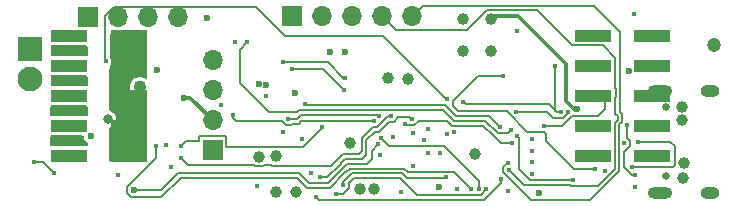
<source format=gbl>
%TF.GenerationSoftware,KiCad,Pcbnew,9.0.0*%
%TF.CreationDate,2025-05-10T22:56:34+02:00*%
%TF.ProjectId,CYPD3177_3.3V_V2_+_OLED,43595044-3331-4373-975f-332e33565f56,rev?*%
%TF.SameCoordinates,Original*%
%TF.FileFunction,Copper,L4,Bot*%
%TF.FilePolarity,Positive*%
%FSLAX46Y46*%
G04 Gerber Fmt 4.6, Leading zero omitted, Abs format (unit mm)*
G04 Created by KiCad (PCBNEW 9.0.0) date 2025-05-10 22:56:34*
%MOMM*%
%LPD*%
G01*
G04 APERTURE LIST*
G04 Aperture macros list*
%AMRoundRect*
0 Rectangle with rounded corners*
0 $1 Rounding radius*
0 $2 $3 $4 $5 $6 $7 $8 $9 X,Y pos of 4 corners*
0 Add a 4 corners polygon primitive as box body*
4,1,4,$2,$3,$4,$5,$6,$7,$8,$9,$2,$3,0*
0 Add four circle primitives for the rounded corners*
1,1,$1+$1,$2,$3*
1,1,$1+$1,$4,$5*
1,1,$1+$1,$6,$7*
1,1,$1+$1,$8,$9*
0 Add four rect primitives between the rounded corners*
20,1,$1+$1,$2,$3,$4,$5,0*
20,1,$1+$1,$4,$5,$6,$7,0*
20,1,$1+$1,$6,$7,$8,$9,0*
20,1,$1+$1,$8,$9,$2,$3,0*%
G04 Aperture macros list end*
%TA.AperFunction,SMDPad,CuDef*%
%ADD10R,3.150000X1.000000*%
%TD*%
%TA.AperFunction,ComponentPad*%
%ADD11R,1.700000X1.700000*%
%TD*%
%TA.AperFunction,ComponentPad*%
%ADD12O,1.700000X1.700000*%
%TD*%
%TA.AperFunction,ComponentPad*%
%ADD13C,0.650000*%
%TD*%
%TA.AperFunction,HeatsinkPad*%
%ADD14O,2.100000X1.000000*%
%TD*%
%TA.AperFunction,HeatsinkPad*%
%ADD15O,1.600000X1.000000*%
%TD*%
%TA.AperFunction,ComponentPad*%
%ADD16RoundRect,0.250001X-0.799999X0.799999X-0.799999X-0.799999X0.799999X-0.799999X0.799999X0.799999X0*%
%TD*%
%TA.AperFunction,ComponentPad*%
%ADD17C,2.100000*%
%TD*%
%TA.AperFunction,ComponentPad*%
%ADD18C,1.100000*%
%TD*%
%TA.AperFunction,ComponentPad*%
%ADD19C,0.800000*%
%TD*%
%TA.AperFunction,ViaPad*%
%ADD20C,1.000000*%
%TD*%
%TA.AperFunction,ViaPad*%
%ADD21C,0.400000*%
%TD*%
%TA.AperFunction,ViaPad*%
%ADD22C,0.600000*%
%TD*%
%TA.AperFunction,ViaPad*%
%ADD23C,1.200000*%
%TD*%
%TA.AperFunction,Conductor*%
%ADD24C,0.200000*%
%TD*%
%TA.AperFunction,Conductor*%
%ADD25C,0.150000*%
%TD*%
%TA.AperFunction,Conductor*%
%ADD26C,0.300000*%
%TD*%
G04 APERTURE END LIST*
D10*
X106300000Y-93070000D03*
X111350000Y-93070000D03*
X106300000Y-90530000D03*
X111350000Y-90530000D03*
X106300000Y-87990000D03*
X111350000Y-87990000D03*
X106300000Y-85450000D03*
X111350000Y-85450000D03*
X106300000Y-82910000D03*
X111350000Y-82910000D03*
X150650000Y-93070000D03*
X155700000Y-93070000D03*
X150650000Y-90530000D03*
X155700000Y-90530000D03*
X150650000Y-87990000D03*
X155700000Y-87990000D03*
X150650000Y-85450000D03*
X155700000Y-85450000D03*
X150650000Y-82910000D03*
X155700000Y-82910000D03*
D11*
X107920000Y-81290000D03*
D12*
X110460000Y-81290000D03*
X113000000Y-81290000D03*
X115540000Y-81290000D03*
D13*
X156865000Y-94750000D03*
X156865000Y-88970000D03*
D14*
X156365000Y-96180000D03*
D15*
X160545000Y-96180000D03*
D14*
X156365000Y-87540000D03*
D15*
X160545000Y-87540000D03*
D16*
X103000000Y-84000000D03*
D17*
X103000000Y-86540000D03*
D11*
X125215000Y-81260000D03*
D12*
X127755000Y-81260000D03*
X130295000Y-81260000D03*
X132835000Y-81260000D03*
X135375000Y-81260000D03*
D18*
X112304037Y-87262132D03*
D19*
X109617031Y-89949138D03*
D12*
X118460000Y-84960000D03*
X118460000Y-87500000D03*
X118460000Y-90040000D03*
D11*
X118460000Y-92580000D03*
D20*
X106300000Y-93070000D03*
X106300000Y-90510000D03*
X106280000Y-85450000D03*
D21*
X154240000Y-94650000D03*
X154003035Y-93981874D03*
X148530000Y-89330000D03*
D20*
X106300000Y-82910000D03*
X106310000Y-88000000D03*
X111340000Y-90530000D03*
D21*
X110470000Y-94670000D03*
X113662136Y-92256388D03*
D22*
X108153320Y-91412849D03*
D20*
X111340000Y-85440000D03*
X110620000Y-87990000D03*
D21*
X139140000Y-95880000D03*
X114540000Y-92190000D03*
X138888724Y-91017295D03*
X138264000Y-88279182D03*
X109404899Y-85070101D03*
X103370000Y-93590000D03*
X105000000Y-94500000D03*
X143548616Y-94279646D03*
X143438635Y-93687500D03*
D20*
X139690000Y-81450000D03*
X141990000Y-81480000D03*
D22*
X113767748Y-85798421D03*
D21*
X114970000Y-93980000D03*
X123000000Y-87990000D03*
X121400000Y-83440000D03*
X122180000Y-95620000D03*
X126009718Y-91647955D03*
X124460000Y-91030000D03*
X126760000Y-94480000D03*
X132660000Y-92970000D03*
X154240000Y-95670000D03*
X151700000Y-94347500D03*
X143490000Y-96070000D03*
D22*
X117970000Y-81390000D03*
X116075000Y-88150000D03*
X146100000Y-96190000D03*
D20*
X142000000Y-84175000D03*
X139700000Y-84175000D03*
D21*
X135395314Y-91100314D03*
X136400000Y-91730000D03*
X135410000Y-93970000D03*
X136720000Y-92800000D03*
D20*
X130080000Y-91990000D03*
X140700000Y-92937500D03*
D21*
X136680000Y-90825000D03*
D22*
X137590000Y-95690000D03*
D21*
X145530000Y-91670000D03*
X145510000Y-94580000D03*
D22*
X149290000Y-89120000D03*
D21*
X144200000Y-82500000D03*
X127760000Y-90610000D03*
X137680000Y-92800000D03*
X120380000Y-83440000D03*
X124420000Y-85139000D03*
D20*
X122420000Y-93160000D03*
X158376000Y-93710000D03*
X158230000Y-90070000D03*
D21*
X129670000Y-86470000D03*
X129550000Y-87460000D03*
X125180000Y-85740000D03*
D22*
X122350000Y-86990000D03*
D23*
X160950000Y-83675000D03*
D21*
X133747262Y-91500027D03*
D22*
X153690000Y-85912500D03*
D21*
X153327000Y-92000000D03*
X154100000Y-81090000D03*
D20*
X158210000Y-88950000D03*
D21*
X146550000Y-90500000D03*
D20*
X158270000Y-94910000D03*
D22*
X123000000Y-87030000D03*
X129700000Y-84290000D03*
X128400000Y-84250000D03*
X125400000Y-87755200D03*
D20*
X135040000Y-86560000D03*
X133280000Y-86510000D03*
X132160000Y-95870000D03*
X123820000Y-93112500D03*
X130920000Y-95850000D03*
X123820000Y-96087500D03*
X125540000Y-96090000D03*
D21*
X132500000Y-92100000D03*
D22*
X111800000Y-95950000D03*
D21*
X134425000Y-96100000D03*
X133550000Y-89660000D03*
X115780000Y-93240000D03*
X119160000Y-88730000D03*
X138340000Y-91260000D03*
X154446832Y-91876085D03*
X153570000Y-90490000D03*
X115780000Y-92270000D03*
X140353300Y-95897737D03*
X143050000Y-86310000D03*
X150850000Y-94150000D03*
X144150000Y-89350000D03*
X120161000Y-89620000D03*
X132750000Y-91554564D03*
X132120000Y-90110000D03*
X140980000Y-95860000D03*
X132560000Y-89690000D03*
X134740000Y-90340000D03*
X124880000Y-89965000D03*
X143840000Y-91970000D03*
X143725000Y-90866479D03*
X127190000Y-96520000D03*
X142880000Y-95050000D03*
X144270000Y-91400000D03*
X148980000Y-95150000D03*
X145530000Y-92690000D03*
X135300000Y-89990000D03*
X127560000Y-94890000D03*
X128940000Y-96260000D03*
X141646446Y-95906446D03*
X145500000Y-93560000D03*
X126270000Y-88660000D03*
X142800000Y-90650000D03*
X139700000Y-88500000D03*
X147450000Y-85490000D03*
X147930000Y-89360000D03*
X138210000Y-94900000D03*
X129500000Y-95560000D03*
D24*
X157183085Y-91876085D02*
X154446832Y-91876085D01*
X157576000Y-93871000D02*
X157576000Y-92269000D01*
X157465126Y-93981874D02*
X157576000Y-93871000D01*
X154003035Y-93981874D02*
X157465126Y-93981874D01*
X157576000Y-92269000D02*
X157183085Y-91876085D01*
X153940000Y-94650000D02*
X154240000Y-94650000D01*
X153623190Y-94333190D02*
X153940000Y-94650000D01*
X153615390Y-94333190D02*
X153623190Y-94333190D01*
D25*
X133961000Y-82386000D02*
X132835000Y-81260000D01*
X139986570Y-82386000D02*
X133961000Y-82386000D01*
X141668570Y-80704000D02*
X139986570Y-82386000D01*
X148904852Y-83686000D02*
X145922852Y-80704000D01*
X151513000Y-83686000D02*
X148904852Y-83686000D01*
X152570000Y-87351148D02*
X152570000Y-84743000D01*
X145922852Y-80704000D02*
X141668570Y-80704000D01*
X152576000Y-87357148D02*
X152570000Y-87351148D01*
X152570000Y-88088852D02*
X152576000Y-88082852D01*
X152570000Y-84743000D02*
X151513000Y-83686000D01*
X152570000Y-89486834D02*
X152570000Y-88088852D01*
X152746000Y-89662834D02*
X152570000Y-89486834D01*
X152746000Y-90057166D02*
X152746000Y-89662834D01*
X152501000Y-94219666D02*
X152501000Y-90302166D01*
X148782834Y-95626000D02*
X151094666Y-95626000D01*
X148682834Y-95526000D02*
X148782834Y-95626000D01*
X152501000Y-90302166D02*
X152746000Y-90057166D01*
X152576000Y-88082852D02*
X152576000Y-87357148D01*
X144794970Y-95526000D02*
X148682834Y-95526000D01*
X143548616Y-94279646D02*
X144794970Y-95526000D01*
X151094666Y-95626000D02*
X152501000Y-94219666D01*
X143072616Y-94053519D02*
X143438635Y-93687500D01*
X143072616Y-94082480D02*
X143072616Y-94053519D01*
X150427054Y-96790000D02*
X145385804Y-96790000D01*
X145385804Y-96790000D02*
X143351450Y-94755646D01*
X152646388Y-94570666D02*
X151445666Y-95771388D01*
X152850000Y-94367054D02*
X152646389Y-94570666D01*
X152852000Y-91451389D02*
X152852000Y-94074278D01*
X152852000Y-91160611D02*
X152852000Y-91451389D01*
X152852000Y-90447554D02*
X152852000Y-91160611D01*
X143351450Y-94755646D02*
X143072616Y-94476812D01*
X152891389Y-90408166D02*
X152891388Y-90408166D01*
X152646389Y-94570666D02*
X152646388Y-94570666D01*
X153097000Y-90202554D02*
X152891389Y-90408166D01*
X153097000Y-90202555D02*
X153097000Y-90202554D01*
X152852000Y-94074278D02*
X152852000Y-94365054D01*
X153097000Y-89911778D02*
X153097000Y-90202555D01*
X153097000Y-89808222D02*
X153097000Y-89911778D01*
X153097000Y-89517446D02*
X153097000Y-89517445D01*
X153097000Y-89517445D02*
X153097000Y-89808222D01*
X152927000Y-89347446D02*
X153097000Y-89517446D01*
X152852000Y-94365055D02*
X152850000Y-94367054D01*
X152927000Y-88228241D02*
X152927000Y-89347446D01*
X152927000Y-87937464D02*
X152927000Y-88228241D01*
X151240054Y-95977000D02*
X150427054Y-96790000D01*
X152927000Y-87502536D02*
X152927000Y-87937464D01*
X143072616Y-94476812D02*
X143072616Y-94082480D01*
X152927000Y-87211759D02*
X152927000Y-87502536D01*
X152927000Y-82560000D02*
X152927000Y-87211759D01*
X152852000Y-94365054D02*
X152852000Y-94365055D01*
X146068240Y-80353000D02*
X150720000Y-80353000D01*
X145777464Y-80353000D02*
X146068240Y-80353000D01*
X152891388Y-90408166D02*
X152852000Y-90447554D01*
X141813958Y-80353000D02*
X145777464Y-80353000D01*
X151445666Y-95771389D02*
X151240055Y-95977000D01*
X141523181Y-80353000D02*
X141813958Y-80353000D01*
X151240055Y-95977000D02*
X151240054Y-95977000D01*
X136282000Y-80353000D02*
X141523181Y-80353000D01*
X150720000Y-80353000D02*
X152927000Y-82560000D01*
X135375000Y-81260000D02*
X136282000Y-80353000D01*
X151445666Y-95771388D02*
X151445666Y-95771389D01*
D26*
X149099232Y-89120000D02*
X149290000Y-89120000D01*
X148390000Y-85280000D02*
X148390000Y-88410768D01*
X144335000Y-81225000D02*
X148390000Y-85280000D01*
X148390000Y-88410768D02*
X149099232Y-89120000D01*
D24*
X148068521Y-90500000D02*
X146550000Y-90500000D01*
X148847521Y-89721000D02*
X148068521Y-90500000D01*
X151089000Y-89721000D02*
X148847521Y-89721000D01*
X151700000Y-89110000D02*
X151089000Y-89721000D01*
X148530000Y-89468521D02*
X148530000Y-89330000D01*
X148108521Y-89890000D02*
X148530000Y-89468521D01*
X147290000Y-89890000D02*
X148108521Y-89890000D01*
X139890000Y-88690000D02*
X139700000Y-88500000D01*
X146910000Y-88690000D02*
X139890000Y-88690000D01*
X147580000Y-89360000D02*
X146910000Y-88690000D01*
X147580000Y-89360000D02*
X147450000Y-89230000D01*
X147450000Y-89230000D02*
X147450000Y-85490000D01*
X147930000Y-89360000D02*
X147580000Y-89360000D01*
X146683900Y-91780900D02*
X146683900Y-91201000D01*
X149053000Y-94150000D02*
X146683900Y-91780900D01*
X150850000Y-94150000D02*
X149053000Y-94150000D01*
X138488521Y-94470000D02*
X138925563Y-94470000D01*
X138002479Y-94399000D02*
X138417521Y-94399000D01*
X138417521Y-94399000D02*
X138488521Y-94470000D01*
X134994200Y-94470000D02*
X137931479Y-94470000D01*
X134668200Y-94144000D02*
X134994200Y-94470000D01*
X129755800Y-94470000D02*
X130081800Y-94144000D01*
X129697100Y-94470000D02*
X129755800Y-94470000D01*
X128375100Y-95792000D02*
X129697100Y-94470000D01*
X125593900Y-94913900D02*
X126472000Y-95792000D01*
X137931479Y-94470000D02*
X138002479Y-94399000D01*
X114120000Y-96551000D02*
X115757100Y-94913900D01*
X126472000Y-95792000D02*
X128375100Y-95792000D01*
X115757100Y-94913900D02*
X125593900Y-94913900D01*
X138925563Y-94470000D02*
X140353300Y-95897737D01*
X111199000Y-95701000D02*
X111199000Y-96198943D01*
X111551057Y-96551000D02*
X114120000Y-96551000D01*
X113662136Y-93237864D02*
X111199000Y-95701000D01*
X130081800Y-94144000D02*
X134668200Y-94144000D01*
X111199000Y-96198943D02*
X111551057Y-96551000D01*
X113662136Y-92256388D02*
X113662136Y-93237864D01*
X124592000Y-82939000D02*
X132859000Y-82939000D01*
X122103000Y-80450000D02*
X124592000Y-82939000D01*
X109309000Y-81223240D02*
X110082240Y-80450000D01*
X109309000Y-84974202D02*
X109309000Y-81223240D01*
X109404899Y-85070101D02*
X109309000Y-84974202D01*
X110082240Y-80450000D02*
X122103000Y-80450000D01*
X138199182Y-88279182D02*
X132859000Y-82939000D01*
X138264000Y-88279182D02*
X138199182Y-88279182D01*
X142844379Y-91970000D02*
X143840000Y-91970000D01*
X142426379Y-91552000D02*
X142844379Y-91970000D01*
X141377379Y-90503000D02*
X142191479Y-91317100D01*
X139065379Y-90503000D02*
X141377379Y-90503000D01*
X138733179Y-90503000D02*
X139065379Y-90503000D01*
X142191479Y-91317100D02*
X142426379Y-91552000D01*
X138650179Y-90420000D02*
X138733179Y-90503000D01*
X135920000Y-90078521D02*
X138308700Y-90078521D01*
X135507521Y-90491000D02*
X135920000Y-90078521D01*
X134891000Y-90491000D02*
X135507521Y-90491000D01*
X134740000Y-90340000D02*
X134891000Y-90491000D01*
X138308700Y-90078521D02*
X138498279Y-90268100D01*
X138498279Y-90268100D02*
X138650179Y-90420000D01*
X104090000Y-93590000D02*
X105000000Y-94500000D01*
X103370000Y-93590000D02*
X104090000Y-93590000D01*
X120775000Y-84065000D02*
X121400000Y-83440000D01*
X120775000Y-86895000D02*
X120775000Y-84065000D01*
X125601100Y-89371000D02*
X123251000Y-89371000D01*
X137957279Y-89160000D02*
X125812100Y-89160000D01*
X138899279Y-90102000D02*
X137957279Y-89160000D01*
X123251000Y-89371000D02*
X120775000Y-86895000D01*
X141543479Y-90102000D02*
X138899279Y-90102000D01*
X142592479Y-91151000D02*
X141543479Y-90102000D01*
X125812100Y-89160000D02*
X125601100Y-89371000D01*
X143440479Y-91151000D02*
X142592479Y-91151000D01*
X143725000Y-90866479D02*
X143440479Y-91151000D01*
D26*
X116570000Y-88150000D02*
X116075000Y-88150000D01*
X118460000Y-90040000D02*
X116570000Y-88150000D01*
D24*
X117309000Y-91830000D02*
X116220000Y-91830000D01*
X116220000Y-91830000D02*
X115780000Y-92270000D01*
X117309000Y-91429000D02*
X117309000Y-91830000D01*
X119611000Y-91429000D02*
X117309000Y-91429000D01*
X123449714Y-92350000D02*
X119611000Y-92350000D01*
X123488214Y-92311500D02*
X123449714Y-92350000D01*
X124151786Y-92311500D02*
X123488214Y-92311500D01*
X119611000Y-92350000D02*
X119611000Y-91429000D01*
X127760000Y-90680000D02*
X126090000Y-92350000D01*
X127760000Y-90610000D02*
X127760000Y-90680000D01*
X124190286Y-92350000D02*
X124151786Y-92311500D01*
X126090000Y-92350000D02*
X124190286Y-92350000D01*
X125560000Y-94510000D02*
X115492142Y-94510000D01*
X125562900Y-94512900D02*
X125560000Y-94510000D01*
X125760000Y-94512900D02*
X125562900Y-94512900D01*
X125994900Y-94747800D02*
X125760000Y-94512900D01*
X126638100Y-95391000D02*
X125994900Y-94747800D01*
X128209000Y-95391000D02*
X126638100Y-95391000D01*
X129296100Y-94303900D02*
X128209000Y-95391000D01*
X129531000Y-94069000D02*
X129296100Y-94303900D01*
X115492142Y-94510000D02*
X114052142Y-95950000D01*
X129857000Y-93743000D02*
X129531000Y-94069000D01*
X114052142Y-95950000D02*
X111800000Y-95950000D01*
X129915700Y-93743000D02*
X129857000Y-93743000D01*
X130247900Y-93743000D02*
X129915700Y-93743000D01*
X131527000Y-93743000D02*
X130247900Y-93743000D01*
X131950000Y-93320000D02*
X131527000Y-93743000D01*
X131950000Y-92650000D02*
X131950000Y-93320000D01*
X132500000Y-92100000D02*
X131950000Y-92650000D01*
X133425436Y-92230000D02*
X132750000Y-91554564D01*
X138050000Y-92230000D02*
X133425436Y-92230000D01*
X140980000Y-95160000D02*
X138050000Y-92230000D01*
X140980000Y-95860000D02*
X140980000Y-95160000D01*
X138190000Y-94920000D02*
X138210000Y-94900000D01*
X134877100Y-94920000D02*
X138190000Y-94920000D01*
X134737000Y-94779900D02*
X134877100Y-94920000D01*
X134502100Y-94545000D02*
X134737000Y-94779900D01*
X134169900Y-94545000D02*
X134502100Y-94545000D01*
X130013000Y-94779900D02*
X130247900Y-94545000D01*
X129872900Y-94920000D02*
X130013000Y-94779900D01*
X130247900Y-94545000D02*
X130580100Y-94545000D01*
X129833900Y-94959000D02*
X129872900Y-94920000D01*
X129599000Y-95193900D02*
X129833900Y-94959000D01*
X129500000Y-95292900D02*
X129599000Y-95193900D01*
X129500000Y-95560000D02*
X129500000Y-95292900D01*
X130580100Y-94545000D02*
X134169900Y-94545000D01*
X128142900Y-94890000D02*
X127560000Y-94890000D01*
X129456000Y-93576900D02*
X129221100Y-93811800D01*
X129690900Y-93342000D02*
X129456000Y-93576900D01*
X130023100Y-93342000D02*
X129690900Y-93342000D01*
X130355300Y-93342000D02*
X130023100Y-93342000D01*
X131128000Y-93342000D02*
X130355300Y-93342000D01*
X131481000Y-92989000D02*
X131128000Y-93342000D01*
X132568000Y-91012000D02*
X132168000Y-91012000D01*
X132168000Y-91012000D02*
X131481000Y-91699000D01*
X133419000Y-90161000D02*
X132568000Y-91012000D01*
X129221100Y-93811800D02*
X128142900Y-94890000D01*
X133809000Y-90161000D02*
X133419000Y-90161000D01*
X131481000Y-91699000D02*
X131481000Y-92989000D01*
X134160000Y-89810000D02*
X133809000Y-90161000D01*
X135120000Y-89810000D02*
X134160000Y-89810000D01*
X135300000Y-89990000D02*
X135120000Y-89810000D01*
X146502900Y-91020000D02*
X146683900Y-91201000D01*
X139231479Y-89300000D02*
X143400000Y-89300000D01*
X138814000Y-88882521D02*
X139231479Y-89300000D01*
X143400000Y-89300000D02*
X143400000Y-89308521D01*
X138814000Y-88467479D02*
X138814000Y-88882521D01*
X145111479Y-91020000D02*
X146502900Y-91020000D01*
X140971479Y-86310000D02*
X138814000Y-88467479D01*
X143050000Y-86310000D02*
X140971479Y-86310000D01*
X143400000Y-89308521D02*
X145111479Y-91020000D01*
X145371479Y-95150000D02*
X148980000Y-95150000D01*
X144440000Y-94218521D02*
X145371479Y-95150000D01*
X144440000Y-91570000D02*
X144440000Y-94218521D01*
X144270000Y-91400000D02*
X144440000Y-91570000D01*
D26*
X144335000Y-81225000D02*
X142000000Y-81225000D01*
D24*
X151700000Y-89110000D02*
X151700000Y-87720000D01*
X125996300Y-90110000D02*
X132120000Y-90110000D01*
X125975200Y-90131100D02*
X125996300Y-90110000D01*
X125740300Y-90366000D02*
X125975200Y-90131100D01*
X125408100Y-90366000D02*
X125740300Y-90366000D01*
X125187521Y-90366000D02*
X125408100Y-90366000D01*
X124672479Y-90466000D02*
X125087521Y-90466000D01*
X124379000Y-90172521D02*
X124672479Y-90466000D01*
X120435000Y-90110000D02*
X124379000Y-90110000D01*
X125087521Y-90466000D02*
X125187521Y-90366000D01*
X120161000Y-89836000D02*
X120435000Y-90110000D01*
X120161000Y-89620000D02*
X120161000Y-89836000D01*
X124379000Y-90110000D02*
X124379000Y-90172521D01*
X132479000Y-89609000D02*
X132560000Y-89690000D01*
X124880000Y-89965000D02*
X125574200Y-89965000D01*
X125574200Y-89965000D02*
X125930200Y-89609000D01*
X125930200Y-89609000D02*
X132479000Y-89609000D01*
X141851000Y-89701000D02*
X142800000Y-90650000D01*
X139065379Y-89701000D02*
X141851000Y-89701000D01*
X138123379Y-88759000D02*
X139065379Y-89701000D01*
X126369000Y-88759000D02*
X138123379Y-88759000D01*
X126270000Y-88660000D02*
X126369000Y-88759000D01*
X128199000Y-85139000D02*
X124420000Y-85139000D01*
X129530000Y-86470000D02*
X128199000Y-85139000D01*
X129670000Y-86470000D02*
X129530000Y-86470000D01*
X127830000Y-85740000D02*
X125180000Y-85740000D01*
X129550000Y-87460000D02*
X127830000Y-85740000D01*
X127190000Y-96520000D02*
X127469000Y-96799000D01*
X127469000Y-96799000D02*
X141461000Y-96799000D01*
X142880000Y-95380000D02*
X142880000Y-95050000D01*
X141461000Y-96799000D02*
X142880000Y-95380000D01*
X134336000Y-94946000D02*
X135788000Y-96398000D01*
X129508521Y-96260000D02*
X130000000Y-95768521D01*
X129508521Y-96260000D02*
X128940000Y-96260000D01*
X135788000Y-96398000D02*
X141154892Y-96398000D01*
X130000000Y-95768521D02*
X130000000Y-95360000D01*
X130414000Y-94946000D02*
X134336000Y-94946000D01*
X141154892Y-96398000D02*
X141646446Y-95906446D01*
X130000000Y-95360000D02*
X130414000Y-94946000D01*
X122751786Y-93961000D02*
X122892786Y-93820000D01*
X115780000Y-93240000D02*
X116360000Y-93820000D01*
X116360000Y-93820000D02*
X121947214Y-93820000D01*
X122088214Y-93961000D02*
X122751786Y-93961000D01*
X123488214Y-93913500D02*
X124151786Y-93913500D01*
X121947214Y-93820000D02*
X122088214Y-93961000D01*
X122892786Y-93820000D02*
X123394714Y-93820000D01*
X124151786Y-93913500D02*
X124208286Y-93970000D01*
X123394714Y-93820000D02*
X123488214Y-93913500D01*
X124208286Y-93970000D02*
X128495800Y-93970000D01*
X130819000Y-92941000D02*
X131080000Y-92680000D01*
X128495800Y-93970000D02*
X129524800Y-92941000D01*
X129524800Y-92941000D02*
X130819000Y-92941000D01*
X131080000Y-92680000D02*
X131080000Y-91532900D01*
X131080000Y-91532900D02*
X132001900Y-90611000D01*
X132001900Y-90611000D02*
X132347521Y-90611000D01*
X132347521Y-90611000D02*
X133298521Y-89660000D01*
X133298521Y-89660000D02*
X133550000Y-89660000D01*
X146750000Y-89350000D02*
X144150000Y-89350000D01*
X147290000Y-89890000D02*
X146750000Y-89350000D01*
X153570000Y-90490000D02*
X153570000Y-91534479D01*
X153828000Y-91792479D02*
X153828000Y-92269000D01*
X153321911Y-92775089D02*
X153321911Y-94039711D01*
X153321911Y-94039711D02*
X153615390Y-94333190D01*
X153828000Y-92269000D02*
X153321911Y-92775089D01*
X153570000Y-91534479D02*
X153828000Y-91792479D01*
%TA.AperFunction,Conductor*%
G36*
X112787578Y-82762703D02*
G01*
X112854361Y-82783239D01*
X112899441Y-82836621D01*
X112910000Y-82886693D01*
X112910000Y-86412148D01*
X112890315Y-86479187D01*
X112837511Y-86524942D01*
X112768353Y-86534886D01*
X112717113Y-86515253D01*
X112706897Y-86508427D01*
X112552119Y-86444316D01*
X112552111Y-86444314D01*
X112387808Y-86411632D01*
X112387804Y-86411632D01*
X112220270Y-86411632D01*
X112220265Y-86411632D01*
X112055962Y-86444314D01*
X112055954Y-86444316D01*
X111901176Y-86508427D01*
X111761874Y-86601505D01*
X111643410Y-86719969D01*
X111550332Y-86859271D01*
X111486221Y-87014049D01*
X111486219Y-87014057D01*
X111453537Y-87178360D01*
X111453537Y-87345903D01*
X111486219Y-87510206D01*
X111486221Y-87510214D01*
X111550332Y-87664992D01*
X111643410Y-87804294D01*
X111761874Y-87922758D01*
X111854531Y-87984669D01*
X111901174Y-88015835D01*
X112055955Y-88079948D01*
X112217671Y-88112115D01*
X112220265Y-88112631D01*
X112220269Y-88112632D01*
X112220270Y-88112632D01*
X112387805Y-88112632D01*
X112387806Y-88112631D01*
X112552119Y-88079948D01*
X112706900Y-88015835D01*
X112717108Y-88009013D01*
X112783785Y-87988135D01*
X112851166Y-88006619D01*
X112897856Y-88058597D01*
X112910000Y-88112115D01*
X112910000Y-93372243D01*
X112901355Y-93401680D01*
X112894832Y-93431671D01*
X112891076Y-93436687D01*
X112890315Y-93439282D01*
X112873681Y-93459925D01*
X112809332Y-93524273D01*
X112748008Y-93557757D01*
X112722041Y-93560590D01*
X109854390Y-93569608D01*
X109787289Y-93550135D01*
X109741368Y-93497475D01*
X109730000Y-93445609D01*
X109730000Y-90742395D01*
X109749685Y-90675356D01*
X109802489Y-90629601D01*
X109818012Y-90623732D01*
X109821343Y-90622720D01*
X109821359Y-90622718D01*
X109948842Y-90569913D01*
X110063573Y-90493252D01*
X110161145Y-90395680D01*
X110237806Y-90280949D01*
X110290611Y-90153466D01*
X110317531Y-90018131D01*
X110317531Y-89880145D01*
X110317531Y-89880142D01*
X110290612Y-89744815D01*
X110290611Y-89744814D01*
X110290611Y-89744810D01*
X110290609Y-89744805D01*
X110237809Y-89617333D01*
X110237802Y-89617320D01*
X110161145Y-89502596D01*
X110161142Y-89502592D01*
X110063576Y-89405026D01*
X110063572Y-89405023D01*
X109948848Y-89328366D01*
X109948835Y-89328359D01*
X109821359Y-89275557D01*
X109817992Y-89274536D01*
X109816446Y-89273523D01*
X109815732Y-89273227D01*
X109815788Y-89273091D01*
X109759558Y-89236232D01*
X109731108Y-89172417D01*
X109730000Y-89155879D01*
X109730000Y-85950676D01*
X109730006Y-85949411D01*
X109734609Y-85498304D01*
X109754976Y-85431473D01*
X109770918Y-85411895D01*
X109805399Y-85377415D01*
X109871291Y-85263287D01*
X109905399Y-85135993D01*
X109905399Y-85004209D01*
X109871291Y-84876915D01*
X109805399Y-84762787D01*
X109779597Y-84736985D01*
X109746112Y-84675662D01*
X109743285Y-84648049D01*
X109761647Y-82848516D01*
X109782015Y-82781683D01*
X109835283Y-82736469D01*
X109887215Y-82725793D01*
X112787578Y-82762703D01*
G37*
%TD.AperFunction*%
%TA.AperFunction,Conductor*%
G36*
X107495859Y-91350184D02*
G01*
X107541614Y-91402988D01*
X107552820Y-91454499D01*
X107552820Y-91491905D01*
X107593743Y-91644632D01*
X107593746Y-91644639D01*
X107672795Y-91781558D01*
X107672799Y-91781563D01*
X107672800Y-91781565D01*
X107784604Y-91893369D01*
X107807998Y-91906875D01*
X107816281Y-91915562D01*
X107827203Y-91920550D01*
X107839947Y-91940381D01*
X107856214Y-91957440D01*
X107859430Y-91970697D01*
X107864977Y-91979328D01*
X107870000Y-92014263D01*
X107870000Y-92145500D01*
X107850315Y-92212539D01*
X107797511Y-92258294D01*
X107746000Y-92269500D01*
X107001327Y-92269500D01*
X106977136Y-92267117D01*
X106961291Y-92263965D01*
X106938843Y-92259500D01*
X106938842Y-92259500D01*
X106781158Y-92259500D01*
X106742864Y-92267117D01*
X106742859Y-92267118D01*
X106718669Y-92269500D01*
X104855232Y-92269500D01*
X104788193Y-92249815D01*
X104742438Y-92197011D01*
X104731232Y-92145392D01*
X104731852Y-91454385D01*
X104751597Y-91387366D01*
X104804442Y-91341658D01*
X104855847Y-91330499D01*
X107428820Y-91330499D01*
X107495859Y-91350184D01*
G37*
%TD.AperFunction*%
%TA.AperFunction,Conductor*%
G36*
X105516724Y-88790500D02*
G01*
X105531158Y-88790500D01*
X105713505Y-88790500D01*
X105713509Y-88790499D01*
X107746000Y-88790499D01*
X107813039Y-88810184D01*
X107858794Y-88862988D01*
X107870000Y-88914499D01*
X107870000Y-89605500D01*
X107850315Y-89672539D01*
X107797511Y-89718294D01*
X107746000Y-89729500D01*
X106441331Y-89729500D01*
X106417141Y-89727118D01*
X106378842Y-89719500D01*
X106221158Y-89719500D01*
X106182857Y-89727118D01*
X106158668Y-89729500D01*
X104857510Y-89729500D01*
X104790471Y-89709815D01*
X104744716Y-89657011D01*
X104733510Y-89605393D01*
X104734130Y-88914385D01*
X104753875Y-88847366D01*
X104806720Y-88801658D01*
X104858126Y-88790499D01*
X105516716Y-88790499D01*
X105516724Y-88790500D01*
G37*
%TD.AperFunction*%
%TA.AperFunction,Conductor*%
G36*
X107813039Y-86270184D02*
G01*
X107858794Y-86322988D01*
X107870000Y-86374499D01*
X107870000Y-87065500D01*
X107850315Y-87132539D01*
X107797511Y-87178294D01*
X107746000Y-87189500D01*
X104859788Y-87189500D01*
X104792749Y-87169815D01*
X104746994Y-87117011D01*
X104735788Y-87065393D01*
X104736408Y-86374385D01*
X104756153Y-86307366D01*
X104808998Y-86261658D01*
X104860403Y-86250499D01*
X107746000Y-86250499D01*
X107813039Y-86270184D01*
G37*
%TD.AperFunction*%
%TA.AperFunction,Conductor*%
G36*
X106441168Y-83710500D02*
G01*
X106451158Y-83710500D01*
X106623276Y-83710500D01*
X106623284Y-83710499D01*
X107746000Y-83710499D01*
X107813039Y-83730184D01*
X107858794Y-83782988D01*
X107870000Y-83834499D01*
X107870000Y-84525500D01*
X107850315Y-84592539D01*
X107797511Y-84638294D01*
X107746000Y-84649500D01*
X104862066Y-84649500D01*
X104795027Y-84629815D01*
X104749272Y-84577011D01*
X104738067Y-84525393D01*
X104738686Y-83834385D01*
X104758431Y-83767366D01*
X104811276Y-83721658D01*
X104862681Y-83710499D01*
X106441156Y-83710499D01*
X106441168Y-83710500D01*
G37*
%TD.AperFunction*%
M02*

</source>
